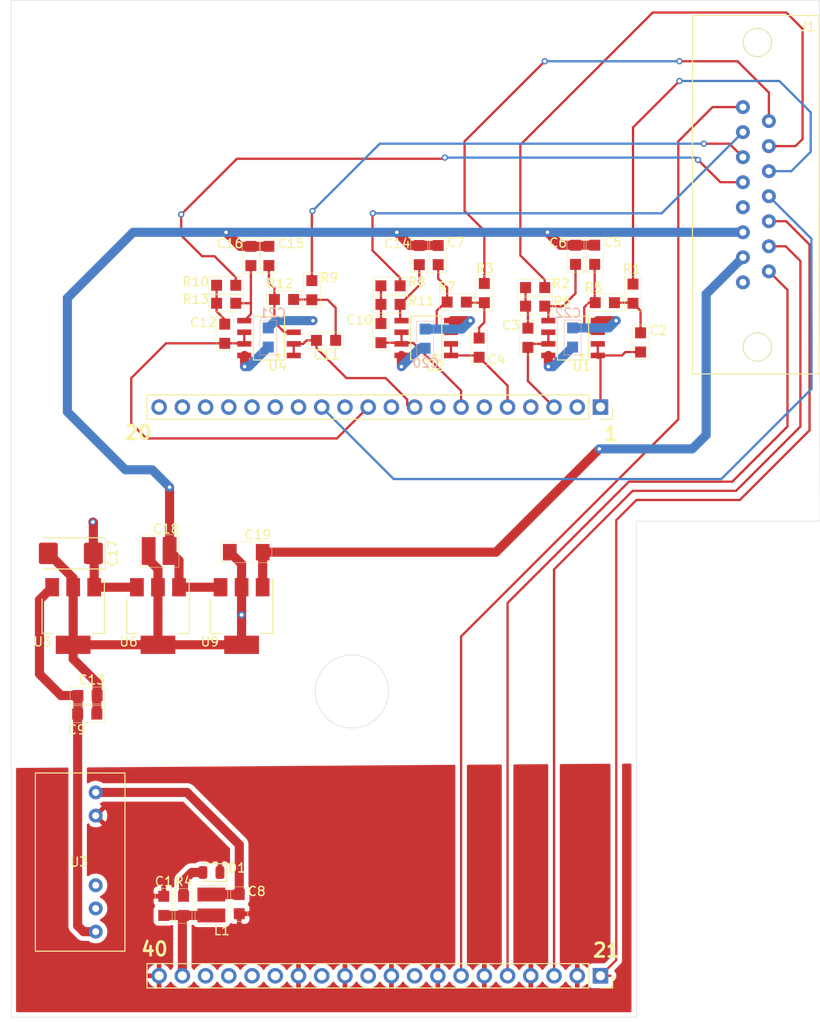
<source format=kicad_pcb>
(kicad_pcb (version 20171130) (host pcbnew "(5.1.8-0-10_14)")
  (layers (0 F.Cu signal) (1 GND power hide) (2 +10V power hide) (31 B.Cu signal hide) (34 B.Paste user hide) (35 F.Paste user) (36 B.SilkS user hide) (37 F.SilkS user) (38 B.Mask user hide) (39 F.Mask user) (44 Edge.Cuts user))
  (net 0 "")
  (net 1 5V_IN)
  (net 2 DGND)
  (net 3 "Net-(C2-Pad2)")
  (net 4 CH0)
  (net 5 "Net-(C3-Pad2)")
  (net 6 CH1)
  (net 7 "Net-(C4-Pad2)")
  (net 8 CH2)
  (net 9 "Net-(C5-Pad1)")
  (net 10 5V)
  (net 11 "Net-(C6-Pad1)")
  (net 12 "Net-(C7-Pad1)")
  (net 13 "Net-(C8-Pad1)")
  (net 14 "Net-(C13-Pad1)")
  (net 15 AGND)
  (net 16 "Net-(C10-Pad2)")
  (net 17 CH3)
  (net 18 "Net-(C11-Pad2)")
  (net 19 CH4)
  (net 20 CH5)
  (net 21 "Net-(C12-Pad2)")
  (net 22 "Net-(C14-Pad1)")
  (net 23 "Net-(C15-Pad1)")
  (net 24 "Net-(C16-Pad1)")
  (net 25 10V)
  (net 26 3.3V)
  (net 27 "Net-(D1-Pad2)")
  (net 28 SIG_IN0)
  (net 29 SIG_IN1)
  (net 30 SIG_IN2)
  (net 31 SIG_IN3)
  (net 32 SIG_IN4)
  (net 33 SIG_IN5)
  (net 34 CH6)
  (net 35 FLEX_nDRDY)
  (net 36 FLEX_SDA)
  (net 37 FLEX_SCL)
  (net 38 FLEX_nRST)
  (net 39 "Net-(U8-Pad9)")
  (net 40 "Net-(U8-Pad11)")
  (net 41 "Net-(U8-Pad13)")
  (net 42 "Net-(U8-Pad15)")
  (net 43 "Net-(U8-Pad16)")
  (net 44 "Net-(U8-Pad17)")
  (net 45 "Net-(U8-Pad18)")
  (net 46 "Net-(U10-Pad17)")
  (net 47 "Net-(U3-Pad3)")
  (net 48 "Net-(U10-Pad15)")
  (module "Custom_Piezo:DB15 2 row" (layer F.Cu) (at 177.926 58.039 90)
    (fp_text reference J1 (at 18.415 4.253 180) (layer F.SilkS))
    (fp_text value 15PIN_HEADER)
    (pad 15 thru_hole circle (at 8.058 0 90) (size 1.524 1.524) (drill 0.762) (layers *.Cu *.Mask) (net 30 SIG_IN2))
    (pad 14 thru_hole circle (at 5.318 0 90) (size 1.524 1.524) (drill 0.762) (layers *.Cu *.Mask) (net 29 SIG_IN1))
    (pad 13 thru_hole circle (at 2.578 0 90) (size 1.524 1.524) (drill 0.762) (layers *.Cu *.Mask) (net 28 SIG_IN0))
    (pad 12 thru_hole circle (at -0.162 0 90) (size 1.524 1.524) (drill 0.762) (layers *.Cu *.Mask) (net 34 CH6))
    (pad 11 thru_hole circle (at -2.902 0 90) (size 1.524 1.524) (drill 0.762) (layers *.Cu *.Mask) (net 37 FLEX_SCL))
    (pad 10 thru_hole circle (at -5.642 0 90) (size 1.524 1.524) (drill 0.762) (layers *.Cu *.Mask) (net 36 FLEX_SDA))
    (pad 9 thru_hole circle (at -8.382 0 90) (size 1.524 1.524) (drill 0.762) (layers *.Cu *.Mask) (net 35 FLEX_nDRDY))
    (pad 8 thru_hole circle (at 9.59 -2.84 90) (size 1.524 1.524) (drill 0.762) (layers *.Cu *.Mask) (net 38 FLEX_nRST))
    (pad 7 thru_hole circle (at 6.85 -2.84 90) (size 1.524 1.524) (drill 0.762) (layers *.Cu *.Mask) (net 31 SIG_IN3))
    (pad 6 thru_hole circle (at 4.11 -2.84 90) (size 1.524 1.524) (drill 0.762) (layers *.Cu *.Mask) (net 32 SIG_IN4))
    (pad 5 thru_hole circle (at 1.37 -2.84 90) (size 1.524 1.524) (drill 0.762) (layers *.Cu *.Mask) (net 33 SIG_IN5))
    (pad 4 thru_hole circle (at -1.37 -2.84 90) (size 1.524 1.524) (drill 0.762) (layers *.Cu *.Mask) (net 25 10V))
    (pad 3 thru_hole circle (at -4.11 -2.84 90) (size 1.524 1.524) (drill 0.762) (layers *.Cu *.Mask) (net 10 5V))
    (pad 2 thru_hole circle (at -6.85 -2.84 90) (size 1.524 1.524) (drill 0.762) (layers *.Cu *.Mask) (net 26 3.3V))
    (pad 1 thru_hole circle (at -9.59 -2.84 90) (size 1.524 1.524) (drill 0.762) (layers *.Cu *.Mask) (net 15 AGND))
  )
  (module LED_SMD:LED_0805_2012Metric (layer F.Cu) (at 116.967 132.207 180)
    (fp_text reference D1 (at -2.794 0.508) (layer F.SilkS))
    (fp_text value GRN)
    (pad 2 smd roundrect (at 0.9375 0 180) (size 0.975 1.4) (layers F.Cu F.Paste F.Mask) (net 27 "Net-(D1-Pad2)"))
    (pad 1 smd roundrect (at -0.9375 0 180) (size 0.975 1.4) (layers F.Cu F.Paste F.Mask) (net 2 DGND))
  )
  (module Package_TO_SOT_SMD:SOT-223-3_TabPin2 (layer F.Cu) (at 120.269 104.14 270)
    (fp_text reference U9 (at 2.819 3.467 180) (layer F.SilkS))
    (fp_text value MCP1804x-3302xDB)
    (pad 2 smd rect (at 3.15 0 270) (size 2 3.8) (layers F.Cu F.Paste F.Mask) (net 15 AGND))
    (pad 2 smd rect (at -3.15 0 270) (size 2 1.5) (layers F.Cu F.Paste F.Mask) (net 15 AGND))
    (pad 3 smd rect (at -3.15 2.3 270) (size 2 1.5) (layers F.Cu F.Paste F.Mask) (net 10 5V))
    (pad 1 smd rect (at -3.15 -2.3 270) (size 2 1.5) (layers F.Cu F.Paste F.Mask) (net 26 3.3V))
  )
  (module Custom_Piezo:SIP-7 (layer F.Cu) (at 102.616 131.064 270)
    (fp_text reference U3 (at 0 0.127 180) (layer F.SilkS))
    (fp_text value MDS01L-12)
    (pad 5 thru_hole circle (at 7.62 -1.7 270) (size 1.524 1.524) (drill 0.762) (layers *.Cu *.Mask) (net 14 "Net-(C13-Pad1)"))
    (pad 3 thru_hole circle (at 5.08 -1.7 270) (size 1.524 1.524) (drill 0.762) (layers *.Cu *.Mask) (net 47 "Net-(U3-Pad3)"))
    (pad 4 thru_hole circle (at 2.54 -1.7 270) (size 1.524 1.524) (drill 0.762) (layers *.Cu *.Mask) (net 15 AGND))
    (pad 2 thru_hole circle (at -5.08 -1.7 270) (size 1.524 1.524) (drill 0.762) (layers *.Cu *.Mask) (net 2 DGND))
    (pad 1 thru_hole circle (at -7.62 -1.7 270) (size 1.524 1.524) (drill 0.762) (layers *.Cu *.Mask) (net 13 "Net-(C8-Pad1)"))
  )
  (module Connector_PinSocket_2.54mm:PinSocket_1x20_P2.54mm_Vertical (layer F.Cu) (at 159.512 143.51 270)
    (fp_text reference U8 hide)
    (fp_text value "PINS 21 - 40 DAQ")
    (pad 20 thru_hole oval (at 0 48.26 270) (size 1.7 1.7) (drill 1) (layers *.Cu *.Mask) (net 2 DGND))
    (pad 19 thru_hole oval (at 0 45.72 270) (size 1.7 1.7) (drill 1) (layers *.Cu *.Mask) (net 1 5V_IN))
    (pad 18 thru_hole oval (at 0 43.18 270) (size 1.7 1.7) (drill 1) (layers *.Cu *.Mask) (net 45 "Net-(U8-Pad18)"))
    (pad 17 thru_hole oval (at 0 40.64 270) (size 1.7 1.7) (drill 1) (layers *.Cu *.Mask) (net 44 "Net-(U8-Pad17)"))
    (pad 16 thru_hole oval (at 0 38.1 270) (size 1.7 1.7) (drill 1) (layers *.Cu *.Mask) (net 43 "Net-(U8-Pad16)"))
    (pad 15 thru_hole oval (at 0 35.56 270) (size 1.7 1.7) (drill 1) (layers *.Cu *.Mask) (net 42 "Net-(U8-Pad15)"))
    (pad 14 thru_hole oval (at 0 33.02 270) (size 1.7 1.7) (drill 1) (layers *.Cu *.Mask) (net 2 DGND))
    (pad 13 thru_hole oval (at 0 30.48 270) (size 1.7 1.7) (drill 1) (layers *.Cu *.Mask) (net 41 "Net-(U8-Pad13)"))
    (pad 12 thru_hole oval (at 0 27.94 270) (size 1.7 1.7) (drill 1) (layers *.Cu *.Mask) (net 2 DGND))
    (pad 11 thru_hole oval (at 0 25.4 270) (size 1.7 1.7) (drill 1) (layers *.Cu *.Mask) (net 40 "Net-(U8-Pad11)"))
    (pad 10 thru_hole oval (at 0 22.86 270) (size 1.7 1.7) (drill 1) (layers *.Cu *.Mask) (net 2 DGND))
    (pad 9 thru_hole oval (at 0 20.32 270) (size 1.7 1.7) (drill 1) (layers *.Cu *.Mask) (net 39 "Net-(U8-Pad9)"))
    (pad 8 thru_hole oval (at 0 17.78 270) (size 1.7 1.7) (drill 1) (layers *.Cu *.Mask) (net 2 DGND))
    (pad 7 thru_hole oval (at 0 15.24 270) (size 1.7 1.7) (drill 1) (layers *.Cu *.Mask) (net 38 FLEX_nRST))
    (pad 6 thru_hole oval (at 0 12.7 270) (size 1.7 1.7) (drill 1) (layers *.Cu *.Mask) (net 2 DGND))
    (pad 5 thru_hole oval (at 0 10.16 270) (size 1.7 1.7) (drill 1) (layers *.Cu *.Mask) (net 35 FLEX_nDRDY))
    (pad 4 thru_hole oval (at 0 7.62 270) (size 1.7 1.7) (drill 1) (layers *.Cu *.Mask) (net 2 DGND))
    (pad 3 thru_hole oval (at 0 5.08 270) (size 1.7 1.7) (drill 1) (layers *.Cu *.Mask) (net 36 FLEX_SDA))
    (pad 2 thru_hole oval (at 0 2.54 270) (size 1.7 1.7) (drill 1) (layers *.Cu *.Mask) (net 2 DGND))
    (pad 1 thru_hole rect (at 0 0 270) (size 1.7 1.7) (drill 1) (layers *.Cu *.Mask) (net 37 FLEX_SCL))
  )
  (module Custom_Piezo:LMC6062IMX (layer F.Cu) (at 156.5148 73.7235 180)
    (fp_text reference U1 (at -0.9525 -3.1115) (layer F.SilkS))
    (fp_text value LMC6062)
    (pad 4 smd rect (at -2.7051 1.905 180) (size 1.5494 0.6096) (layers F.Cu F.Paste F.Mask) (net 15 AGND))
    (pad 3 smd rect (at -2.7051 0.635 180) (size 1.5494 0.6096) (layers F.Cu F.Paste F.Mask) (net 9 "Net-(C5-Pad1)"))
    (pad 2 smd rect (at -2.7051 -0.635 180) (size 1.5494 0.6096) (layers F.Cu F.Paste F.Mask) (net 4 CH0))
    (pad 1 smd rect (at -2.7051 -1.905 180) (size 1.5494 0.6096) (layers F.Cu F.Paste F.Mask) (net 4 CH0))
    (pad 5 smd rect (at 2.7051 1.905 180) (size 1.5494 0.6096) (layers F.Cu F.Paste F.Mask) (net 11 "Net-(C6-Pad1)"))
    (pad 6 smd rect (at 2.7051 0.635 180) (size 1.5494 0.6096) (layers F.Cu F.Paste F.Mask) (net 6 CH1))
    (pad 8 smd rect (at 2.7051 -1.905 180) (size 1.5494 0.6096) (layers F.Cu F.Paste F.Mask) (net 25 10V))
    (pad 7 smd rect (at 2.7051 -0.635 180) (size 1.5494 0.6096) (layers F.Cu F.Paste F.Mask) (net 6 CH1))
  )
  (module Custom_Piezo:LMC6062IMX (layer F.Cu) (at 140.462 73.7235 180)
    (fp_text reference U2 (at -0.9525 -3.1115) (layer F.SilkS))
    (fp_text value LMC6062)
    (pad 4 smd rect (at -2.7051 1.905 180) (size 1.5494 0.6096) (layers F.Cu F.Paste F.Mask) (net 15 AGND))
    (pad 3 smd rect (at -2.7051 0.635 180) (size 1.5494 0.6096) (layers F.Cu F.Paste F.Mask) (net 12 "Net-(C7-Pad1)"))
    (pad 2 smd rect (at -2.7051 -0.635 180) (size 1.5494 0.6096) (layers F.Cu F.Paste F.Mask) (net 8 CH2))
    (pad 1 smd rect (at -2.7051 -1.905 180) (size 1.5494 0.6096) (layers F.Cu F.Paste F.Mask) (net 8 CH2))
    (pad 5 smd rect (at 2.7051 1.905 180) (size 1.5494 0.6096) (layers F.Cu F.Paste F.Mask) (net 22 "Net-(C14-Pad1)"))
    (pad 6 smd rect (at 2.7051 0.635 180) (size 1.5494 0.6096) (layers F.Cu F.Paste F.Mask) (net 17 CH3))
    (pad 8 smd rect (at 2.7051 -1.905 180) (size 1.5494 0.6096) (layers F.Cu F.Paste F.Mask) (net 25 10V))
    (pad 7 smd rect (at 2.7051 -0.635 180) (size 1.5494 0.6096) (layers F.Cu F.Paste F.Mask) (net 17 CH3))
  )
  (module digikey-footprints:0805 (layer F.Cu) (at 111.76 135.858 90)
    (fp_text reference C1 (at 2.667 0 180) (layer F.SilkS))
    (fp_text value 4.7uF/25V)
    (pad 1 smd rect (at -1.05 0 90) (size 1.2 1.2) (layers F.Cu F.Paste F.Mask) (net 1 5V_IN))
    (pad 2 smd rect (at 1.05 0 90) (size 1.2 1.2) (layers F.Cu F.Paste F.Mask) (net 2 DGND))
  )
  (module digikey-footprints:0805 (layer F.Cu) (at 163.8935 74.202 90)
    (fp_text reference C2 (at 1.304 1.9685 180) (layer F.SilkS))
    (fp_text value 2nF)
    (pad 2 smd rect (at 1.05 0 90) (size 1.2 1.2) (layers F.Cu F.Paste F.Mask) (net 3 "Net-(C2-Pad2)"))
    (pad 1 smd rect (at -1.05 0 90) (size 1.2 1.2) (layers F.Cu F.Paste F.Mask) (net 4 CH0))
  )
  (module digikey-footprints:0805 (layer F.Cu) (at 151.5745 73.694 90)
    (fp_text reference C3 (at 1.3675 -1.8415 180) (layer F.SilkS))
    (fp_text value 2nF)
    (pad 2 smd rect (at 1.05 0 90) (size 1.2 1.2) (layers F.Cu F.Paste F.Mask) (net 5 "Net-(C3-Pad2)"))
    (pad 1 smd rect (at -1.05 0 90) (size 1.2 1.2) (layers F.Cu F.Paste F.Mask) (net 6 CH1))
  )
  (module digikey-footprints:0805 (layer F.Cu) (at 146.2405 74.7735 90)
    (fp_text reference C4 (at -1.2995 1.905 180) (layer F.SilkS))
    (fp_text value 2nF)
    (pad 2 smd rect (at 1.05 0 90) (size 1.2 1.2) (layers F.Cu F.Paste F.Mask) (net 7 "Net-(C4-Pad2)"))
    (pad 1 smd rect (at -1.05 0 90) (size 1.2 1.2) (layers F.Cu F.Paste F.Mask) (net 8 CH2))
  )
  (module digikey-footprints:0805 (layer F.Cu) (at 158.877 64.609 90)
    (fp_text reference C5 (at 1.363 1.9685 180) (layer F.SilkS))
    (fp_text value 1nF)
    (pad 2 smd rect (at 1.05 0 90) (size 1.2 1.2) (layers F.Cu F.Paste F.Mask) (net 10 5V))
    (pad 1 smd rect (at -1.05 0 90) (size 1.2 1.2) (layers F.Cu F.Paste F.Mask) (net 9 "Net-(C5-Pad1)"))
  )
  (module digikey-footprints:0805 (layer F.Cu) (at 156.7815 64.6135 90)
    (fp_text reference C6 (at 1.304 -1.905) (layer F.SilkS))
    (fp_text value 1nF)
    (pad 2 smd rect (at 1.05 0 90) (size 1.2 1.2) (layers F.Cu F.Paste F.Mask) (net 10 5V))
    (pad 1 smd rect (at -1.05 0 90) (size 1.2 1.2) (layers F.Cu F.Paste F.Mask) (net 11 "Net-(C6-Pad1)"))
  )
  (module digikey-footprints:0805 (layer F.Cu) (at 141.766 64.643 90)
    (fp_text reference C7 (at 1.397 1.9345 180) (layer F.SilkS))
    (fp_text value 1nF)
    (pad 2 smd rect (at 1.05 0 90) (size 1.2 1.2) (layers F.Cu F.Paste F.Mask) (net 10 5V))
    (pad 1 smd rect (at -1.05 0 90) (size 1.2 1.2) (layers F.Cu F.Paste F.Mask) (net 12 "Net-(C7-Pad1)"))
  )
  (module digikey-footprints:0805 (layer F.Cu) (at 120.015 135.668 270)
    (fp_text reference C8 (at -1.397 -1.905 180) (layer F.SilkS))
    (fp_text value 4.7uF/25V)
    (pad 1 smd rect (at -1.05 0 270) (size 1.2 1.2) (layers F.Cu F.Paste F.Mask) (net 13 "Net-(C8-Pad1)"))
    (pad 2 smd rect (at 1.05 0 270) (size 1.2 1.2) (layers F.Cu F.Paste F.Mask) (net 2 DGND))
  )
  (module digikey-footprints:0805 (layer F.Cu) (at 103.393 114.8715)
    (fp_text reference C9 (at -1.158 1.7145 180) (layer F.SilkS))
    (fp_text value 2.2uF)
    (pad 2 smd rect (at 1.05 0) (size 1.2 1.2) (layers F.Cu F.Paste F.Mask) (net 15 AGND))
    (pad 1 smd rect (at -1.05 0) (size 1.2 1.2) (layers F.Cu F.Paste F.Mask) (net 14 "Net-(C13-Pad1)"))
  )
  (module digikey-footprints:0805 (layer F.Cu) (at 135.509 73.186 90)
    (fp_text reference C10 (at 1.431 -2.3495 180) (layer F.SilkS))
    (fp_text value 2nF)
    (pad 2 smd rect (at 1.05 0 90) (size 1.2 1.2) (layers F.Cu F.Paste F.Mask) (net 16 "Net-(C10-Pad2)"))
    (pad 1 smd rect (at -1.05 0 90) (size 1.2 1.2) (layers F.Cu F.Paste F.Mask) (net 17 CH3))
  )
  (module digikey-footprints:0805 (layer F.Cu) (at 129.506 73.9775)
    (fp_text reference C11 (at 0.034 1.5875) (layer F.SilkS))
    (fp_text value 2nF)
    (pad 2 smd rect (at 1.05 0) (size 1.2 1.2) (layers F.Cu F.Paste F.Mask) (net 18 "Net-(C11-Pad2)"))
    (pad 1 smd rect (at -1.05 0) (size 1.2 1.2) (layers F.Cu F.Paste F.Mask) (net 19 CH4))
  )
  (module digikey-footprints:0805 (layer F.Cu) (at 118.4275 73.2495 90)
    (fp_text reference C12 (at 1.2405 -2.3495 180) (layer F.SilkS))
    (fp_text value 2nF)
    (pad 2 smd rect (at 1.05 0 90) (size 1.2 1.2) (layers F.Cu F.Paste F.Mask) (net 21 "Net-(C12-Pad2)"))
    (pad 1 smd rect (at -1.05 0 90) (size 1.2 1.2) (layers F.Cu F.Paste F.Mask) (net 20 CH5))
  )
  (module digikey-footprints:0805 (layer F.Cu) (at 103.4225 112.8395)
    (fp_text reference C13 (at 0.4635 -1.7145 180) (layer F.SilkS))
    (fp_text value 1uF)
    (pad 2 smd rect (at 1.05 0) (size 1.2 1.2) (layers F.Cu F.Paste F.Mask) (net 15 AGND))
    (pad 1 smd rect (at -1.05 0) (size 1.2 1.2) (layers F.Cu F.Paste F.Mask) (net 14 "Net-(C13-Pad1)"))
  )
  (module digikey-footprints:0805 (layer F.Cu) (at 139.7 64.643 90)
    (fp_text reference C14 (at 1.27 -2.413 180) (layer F.SilkS))
    (fp_text value 1nF)
    (pad 2 smd rect (at 1.05 0 90) (size 1.2 1.2) (layers F.Cu F.Paste F.Mask) (net 10 5V))
    (pad 1 smd rect (at -1.05 0 90) (size 1.2 1.2) (layers F.Cu F.Paste F.Mask) (net 22 "Net-(C14-Pad1)"))
  )
  (module digikey-footprints:0805 (layer F.Cu) (at 123.2535 64.736 90)
    (fp_text reference C15 (at 1.363 2.413 180) (layer F.SilkS))
    (fp_text value 1nF)
    (pad 2 smd rect (at 1.05 0 90) (size 1.2 1.2) (layers F.Cu F.Paste F.Mask) (net 10 5V))
    (pad 1 smd rect (at -1.05 0 90) (size 1.2 1.2) (layers F.Cu F.Paste F.Mask) (net 23 "Net-(C15-Pad1)"))
  )
  (module digikey-footprints:0805 (layer F.Cu) (at 121.285 64.7405 90)
    (fp_text reference C16 (at 1.3675 -2.286 180) (layer F.SilkS))
    (fp_text value 1nF)
    (pad 2 smd rect (at 1.05 0 90) (size 1.2 1.2) (layers F.Cu F.Paste F.Mask) (net 10 5V))
    (pad 1 smd rect (at -1.05 0 90) (size 1.2 1.2) (layers F.Cu F.Paste F.Mask) (net 24 "Net-(C16-Pad1)"))
  )
  (module Capacitor_Tantalum_SMD:CP_EIA-6032-28_Kemet-C (layer F.Cu) (at 101.6 97.282 180)
    (fp_text reference C17 (at -4.572 0 270) (layer F.SilkS))
    (fp_text value 47uF/16V)
    (pad 1 smd roundrect (at -2.4625 0 180) (size 2.075 2.35) (layers F.Cu F.Paste F.Mask) (roundrect_rratio 0.1204819277108434) (net 25 10V))
    (pad 2 smd roundrect (at 2.4625 0 180) (size 2.075 2.35) (layers F.Cu F.Paste F.Mask) (roundrect_rratio 0.1204819277108434) (net 15 AGND))
  )
  (module digikey-footprints:1210 (layer F.Cu) (at 111.252 97.028 180)
    (fp_text reference C18 (at -0.762 2.415) (layer F.SilkS))
    (fp_text value 47uF/10V)
    (pad 1 smd rect (at -1.145 0 180) (size 1.52 3.05) (layers F.Cu F.Paste F.Mask) (net 10 5V))
    (pad 2 smd rect (at 1.145 0 180) (size 1.52 3.05) (layers F.Cu F.Paste F.Mask) (net 15 AGND))
  )
  (module digikey-footprints:1206 (layer F.Cu) (at 120.777 97.155 180)
    (fp_text reference C19 (at -1.27 1.905) (layer F.SilkS))
    (fp_text value 10uF/10V)
    (pad 1 smd rect (at -1.8 0 180) (size 1.5 1.8) (layers F.Cu F.Paste F.Mask) (net 26 3.3V))
    (pad 2 smd rect (at 1.8 0 180) (size 1.5 1.8) (layers F.Cu F.Paste F.Mask) (net 15 AGND))
  )
  (module digikey-footprints:0805 (layer B.Cu) (at 140.335 73.787 90)
    (fp_text reference C20 (at -2.658 0.0762 180) (layer B.SilkS) (effects (justify mirror)))
    (fp_text value 0.1uF)
    (pad 1 smd rect (at -1.05 0 90) (size 1.2 1.2) (layers B.Cu B.Paste B.Mask) (net 25 10V))
    (pad 2 smd rect (at 1.05 0 90) (size 1.2 1.2) (layers B.Cu B.Paste B.Mask) (net 15 AGND))
  )
  (module digikey-footprints:0805 (layer B.Cu) (at 123.19 73.66 90)
    (fp_text reference C21 (at 2.676 0.4892 180) (layer B.SilkS) (effects (justify mirror)))
    (fp_text value 0.1uF)
    (pad 1 smd rect (at -1.05 0 90) (size 1.2 1.2) (layers B.Cu B.Paste B.Mask) (net 25 10V))
    (pad 2 smd rect (at 1.05 0 90) (size 1.2 1.2) (layers B.Cu B.Paste B.Mask) (net 15 AGND))
  )
  (module digikey-footprints:0805 (layer B.Cu) (at 156.464 73.66 90)
    (fp_text reference C22 (at 2.676 -0.508 180) (layer B.SilkS) (effects (justify mirror)))
    (fp_text value 0.1uF)
    (pad 1 smd rect (at -1.05 0 90) (size 1.2 1.2) (layers B.Cu B.Paste B.Mask) (net 25 10V))
    (pad 2 smd rect (at 1.05 0 90) (size 1.2 1.2) (layers B.Cu B.Paste B.Mask) (net 15 AGND))
  )
  (module digikey-footprints:1210 (layer F.Cu) (at 116.967 135.763 90)
    (fp_text reference L1 (at -2.794 1.143 180) (layer F.SilkS))
    (fp_text value 6.8uH)
    (pad 2 smd rect (at 1.145 0 90) (size 1.52 3.05) (layers F.Cu F.Paste F.Mask) (net 13 "Net-(C8-Pad1)"))
    (pad 1 smd rect (at -1.145 0 90) (size 1.52 3.05) (layers F.Cu F.Paste F.Mask) (net 1 5V_IN))
  )
  (module digikey-footprints:0805 (layer F.Cu) (at 163.068 68.868 90)
    (fp_text reference R1 (at 2.701 -0.127) (layer F.SilkS))
    (fp_text value 5k23)
    (pad 2 smd rect (at 1.05 0 90) (size 1.2 1.2) (layers F.Cu F.Paste F.Mask) (net 28 SIG_IN0))
    (pad 1 smd rect (at -1.05 0 90) (size 1.2 1.2) (layers F.Cu F.Paste F.Mask) (net 3 "Net-(C2-Pad2)"))
  )
  (module digikey-footprints:0805 (layer F.Cu) (at 152.366 68.199)
    (fp_text reference R2 (at 2.828 -0.4445 180) (layer F.SilkS))
    (fp_text value 5k23)
    (pad 2 smd rect (at 1.05 0) (size 1.2 1.2) (layers F.Cu F.Paste F.Mask) (net 29 SIG_IN1))
    (pad 1 smd rect (at -1.05 0) (size 1.2 1.2) (layers F.Cu F.Paste F.Mask) (net 5 "Net-(C3-Pad2)"))
  )
  (module digikey-footprints:0805 (layer F.Cu) (at 146.812 68.8 90)
    (fp_text reference R3 (at 2.6965 0.0635 180) (layer F.SilkS))
    (fp_text value 5k23)
    (pad 2 smd rect (at 1.05 0 90) (size 1.2 1.2) (layers F.Cu F.Paste F.Mask) (net 30 SIG_IN2))
    (pad 1 smd rect (at -1.05 0 90) (size 1.2 1.2) (layers F.Cu F.Paste F.Mask) (net 7 "Net-(C4-Pad2)"))
  )
  (module digikey-footprints:0805 (layer F.Cu) (at 113.919 135.858 90)
    (fp_text reference R4 (at 2.667 0 180) (layer F.SilkS))
    (fp_text value 1k5)
    (pad 1 smd rect (at -1.05 0 90) (size 1.2 1.2) (layers F.Cu F.Paste F.Mask) (net 1 5V_IN))
    (pad 2 smd rect (at 1.05 0 90) (size 1.2 1.2) (layers F.Cu F.Paste F.Mask) (net 27 "Net-(D1-Pad2)"))
  )
  (module digikey-footprints:0805 (layer F.Cu) (at 159.986 69.85)
    (fp_text reference R5 (at -1.236 -1.651) (layer F.SilkS))
    (fp_text value 7k32)
    (pad 2 smd rect (at 1.05 0) (size 1.2 1.2) (layers F.Cu F.Paste F.Mask) (net 3 "Net-(C2-Pad2)"))
    (pad 1 smd rect (at -1.05 0) (size 1.2 1.2) (layers F.Cu F.Paste F.Mask) (net 9 "Net-(C5-Pad1)"))
  )
  (module digikey-footprints:0805 (layer F.Cu) (at 152.366 70.231 180)
    (fp_text reference R6 (at -2.955 0.508 180) (layer F.SilkS))
    (fp_text value 7k32)
    (pad 2 smd rect (at 1.05 0 180) (size 1.2 1.2) (layers F.Cu F.Paste F.Mask) (net 5 "Net-(C3-Pad2)"))
    (pad 1 smd rect (at -1.05 0 180) (size 1.2 1.2) (layers F.Cu F.Paste F.Mask) (net 11 "Net-(C6-Pad1)"))
  )
  (module digikey-footprints:0805 (layer F.Cu) (at 143.7935 69.7865)
    (fp_text reference R7 (at -1.109 -1.651) (layer F.SilkS))
    (fp_text value 7k32)
    (pad 2 smd rect (at 1.05 0) (size 1.2 1.2) (layers F.Cu F.Paste F.Mask) (net 7 "Net-(C4-Pad2)"))
    (pad 1 smd rect (at -1.05 0) (size 1.2 1.2) (layers F.Cu F.Paste F.Mask) (net 12 "Net-(C7-Pad1)"))
  )
  (module digikey-footprints:0805 (layer F.Cu) (at 136.5545 68.0085)
    (fp_text reference R8 (at 2.8915 -0.4445) (layer F.SilkS))
    (fp_text value 5k23)
    (pad 2 smd rect (at 1.05 0) (size 1.2 1.2) (layers F.Cu F.Paste F.Mask) (net 31 SIG_IN3))
    (pad 1 smd rect (at -1.05 0) (size 1.2 1.2) (layers F.Cu F.Paste F.Mask) (net 16 "Net-(C10-Pad2)"))
  )
  (module digikey-footprints:0805 (layer F.Cu) (at 127.9525 68.487 90)
    (fp_text reference R9 (at 1.3675 1.905 180) (layer F.SilkS))
    (fp_text value 5k23)
    (pad 2 smd rect (at 1.05 0 90) (size 1.2 1.2) (layers F.Cu F.Paste F.Mask) (net 32 SIG_IN4))
    (pad 1 smd rect (at -1.05 0 90) (size 1.2 1.2) (layers F.Cu F.Paste F.Mask) (net 18 "Net-(C11-Pad2)"))
  )
  (module digikey-footprints:0805 (layer F.Cu) (at 118.584 67.945)
    (fp_text reference R10 (at -3.3315 -0.381) (layer F.SilkS))
    (fp_text value 5k23)
    (pad 2 smd rect (at 1.05 0) (size 1.2 1.2) (layers F.Cu F.Paste F.Mask) (net 33 SIG_IN5))
    (pad 1 smd rect (at -1.05 0) (size 1.2 1.2) (layers F.Cu F.Paste F.Mask) (net 21 "Net-(C12-Pad2)"))
  )
  (module digikey-footprints:0805 (layer F.Cu) (at 136.5545 70.0405 180)
    (fp_text reference R11 (at -3.3995 0.381) (layer F.SilkS))
    (fp_text value 7k32)
    (pad 2 smd rect (at 1.05 0 180) (size 1.2 1.2) (layers F.Cu F.Paste F.Mask) (net 16 "Net-(C10-Pad2)"))
    (pad 1 smd rect (at -1.05 0 180) (size 1.2 1.2) (layers F.Cu F.Paste F.Mask) (net 22 "Net-(C14-Pad1)"))
  )
  (module digikey-footprints:0805 (layer F.Cu) (at 124.9045 69.503)
    (fp_text reference R12 (at -0.4445 -1.7485) (layer F.SilkS))
    (fp_text value 7k32)
    (pad 2 smd rect (at 1.05 0) (size 1.2 1.2) (layers F.Cu F.Paste F.Mask) (net 18 "Net-(C11-Pad2)"))
    (pad 1 smd rect (at -1.05 0) (size 1.2 1.2) (layers F.Cu F.Paste F.Mask) (net 23 "Net-(C15-Pad1)"))
  )
  (module digikey-footprints:0805 (layer F.Cu) (at 118.584 69.9135 180)
    (fp_text reference R13 (at 3.3315 0.4445) (layer F.SilkS))
    (fp_text value 7k32)
    (pad 2 smd rect (at 1.05 0 180) (size 1.2 1.2) (layers F.Cu F.Paste F.Mask) (net 21 "Net-(C12-Pad2)"))
    (pad 1 smd rect (at -1.05 0 180) (size 1.2 1.2) (layers F.Cu F.Paste F.Mask) (net 24 "Net-(C16-Pad1)"))
  )
  (module Custom_Piezo:LMC6062IMX (layer F.Cu) (at 123.2662 73.7235 180)
    (fp_text reference U4 (at -0.9398 -3.048) (layer F.SilkS))
    (fp_text value LMC6062)
    (pad 4 smd rect (at -2.7051 1.905 180) (size 1.5494 0.6096) (layers F.Cu F.Paste F.Mask) (net 15 AGND))
    (pad 3 smd rect (at -2.7051 0.635 180) (size 1.5494 0.6096) (layers F.Cu F.Paste F.Mask) (net 23 "Net-(C15-Pad1)"))
    (pad 2 smd rect (at -2.7051 -0.635 180) (size 1.5494 0.6096) (layers F.Cu F.Paste F.Mask) (net 19 CH4))
    (pad 1 smd rect (at -2.7051 -1.905 180) (size 1.5494 0.6096) (layers F.Cu F.Paste F.Mask) (net 19 CH4))
    (pad 5 smd rect (at 2.7051 1.905 180) (size 1.5494 0.6096) (layers F.Cu F.Paste F.Mask) (net 24 "Net-(C16-Pad1)"))
    (pad 6 smd rect (at 2.7051 0.635 180) (size 1.5494 0.6096) (layers F.Cu F.Paste F.Mask) (net 20 CH5))
    (pad 8 smd rect (at 2.7051 -1.905 180) (size 1.5494 0.6096) (layers F.Cu F.Paste F.Mask) (net 25 10V))
    (pad 7 smd rect (at 2.7051 -0.635 180) (size 1.5494 0.6096) (layers F.Cu F.Paste F.Mask) (net 20 CH5))
  )
  (module Package_TO_SOT_SMD:SOT-223-3_TabPin2 (layer F.Cu) (at 101.854 104.14 270)
    (fp_text reference U5 (at 2.819 3.342 180) (layer F.SilkS))
    (fp_text value MCP1804x-A002xDB)
    (pad 2 smd rect (at 3.15 0 270) (size 2 3.8) (layers F.Cu F.Paste F.Mask) (net 15 AGND))
    (pad 2 smd rect (at -3.15 0 270) (size 2 1.5) (layers F.Cu F.Paste F.Mask) (net 15 AGND))
    (pad 3 smd rect (at -3.15 2.3 270) (size 2 1.5) (layers F.Cu F.Paste F.Mask) (net 14 "Net-(C13-Pad1)"))
    (pad 1 smd rect (at -3.15 -2.3 270) (size 2 1.5) (layers F.Cu F.Paste F.Mask) (net 25 10V))
  )
  (module Package_TO_SOT_SMD:SOT-223-3_TabPin2 (layer F.Cu) (at 111.125 104.14 270)
    (fp_text reference U6 (at 2.819 3.214 180) (layer F.SilkS))
    (fp_text value MCP1804x-5002xDB)
    (pad 2 smd rect (at 3.15 0 270) (size 2 3.8) (layers F.Cu F.Paste F.Mask) (net 15 AGND))
    (pad 2 smd rect (at -3.15 0 270) (size 2 1.5) (layers F.Cu F.Paste F.Mask) (net 15 AGND))
    (pad 3 smd rect (at -3.15 2.3 270) (size 2 1.5) (layers F.Cu F.Paste F.Mask) (net 25 10V))
    (pad 1 smd rect (at -3.15 -2.3 270) (size 2 1.5) (layers F.Cu F.Paste F.Mask) (net 10 5V))
  )
  (module Connector_PinSocket_2.54mm:PinSocket_1x20_P2.54mm_Vertical (layer F.Cu) (at 159.512 81.28 270)
    (fp_text reference U10 hide)
    (fp_text value "PINS 1 - 20 DAQ")
    (pad 20 thru_hole oval (at 0 48.26 270) (size 1.7 1.7) (drill 1) (layers *.Cu *.Mask) (net 15 AGND))
    (pad 19 thru_hole oval (at 0 45.72 270) (size 1.7 1.7) (drill 1) (layers *.Cu *.Mask) (net 15 AGND))
    (pad 18 thru_hole oval (at 0 43.18 270) (size 1.7 1.7) (drill 1) (layers *.Cu *.Mask) (net 15 AGND))
    (pad 17 thru_hole oval (at 0 40.64 270) (size 1.7 1.7) (drill 1) (layers *.Cu *.Mask) (net 46 "Net-(U10-Pad17)"))
    (pad 16 thru_hole oval (at 0 38.1 270) (size 1.7 1.7) (drill 1) (layers *.Cu *.Mask) (net 15 AGND))
    (pad 15 thru_hole oval (at 0 35.56 270) (size 1.7 1.7) (drill 1) (layers *.Cu *.Mask) (net 48 "Net-(U10-Pad15)"))
    (pad 14 thru_hole oval (at 0 33.02 270) (size 1.7 1.7) (drill 1) (layers *.Cu *.Mask) (net 15 AGND))
    (pad 13 thru_hole oval (at 0 30.48 270) (size 1.7 1.7) (drill 1) (layers *.Cu *.Mask) (net 34 CH6))
    (pad 12 thru_hole oval (at 0 27.94 270) (size 1.7 1.7) (drill 1) (layers *.Cu *.Mask) (net 15 AGND))
    (pad 11 thru_hole oval (at 0 25.4 270) (size 1.7 1.7) (drill 1) (layers *.Cu *.Mask) (net 20 CH5))
    (pad 10 thru_hole oval (at 0 22.86 270) (size 1.7 1.7) (drill 1) (layers *.Cu *.Mask) (net 15 AGND))
    (pad 9 thru_hole oval (at 0 20.32 270) (size 1.7 1.7) (drill 1) (layers *.Cu *.Mask) (net 19 CH4))
    (pad 8 thru_hole oval (at 0 17.78 270) (size 1.7 1.7) (drill 1) (layers *.Cu *.Mask) (net 15 AGND))
    (pad 7 thru_hole oval (at 0 15.24 270) (size 1.7 1.7) (drill 1) (layers *.Cu *.Mask) (net 17 CH3))
    (pad 6 thru_hole oval (at 0 12.7 270) (size 1.7 1.7) (drill 1) (layers *.Cu *.Mask) (net 15 AGND))
    (pad 5 thru_hole oval (at 0 10.16 270) (size 1.7 1.7) (drill 1) (layers *.Cu *.Mask) (net 8 CH2))
    (pad 4 thru_hole oval (at 0 7.62 270) (size 1.7 1.7) (drill 1) (layers *.Cu *.Mask) (net 15 AGND))
    (pad 3 thru_hole oval (at 0 5.08 270) (size 1.7 1.7) (drill 1) (layers *.Cu *.Mask) (net 6 CH1))
    (pad 2 thru_hole oval (at 0 2.54 270) (size 1.7 1.7) (drill 1) (layers *.Cu *.Mask) (net 15 AGND))
    (pad 1 thru_hole rect (at 0 0 270) (size 1.7 1.7) (drill 1) (layers *.Cu *.Mask) (net 4 CH0))
  )
  (gr_line (start 183.515 93.755) (end 163.434 93.755) (layer Edge.Cuts) (width 0.05))
  (gr_line (start 183.434 36.755) (end 183.515 93.755) (layer Edge.Cuts) (width 0.05))
  (gr_line (start 95.076 148.035) (end 95.076 36.755) (layer Edge.Cuts) (width 0.05))
  (gr_circle (center 176.67 74.713) (end 175.12 74.713) (layer Edge.Cuts) (width 0.05))
  (gr_circle (center 176.67 41.373) (end 175.12 41.373) (layer Edge.Cuts) (width 0.05))
  (gr_line (start 163.434 148.035) (end 163.434 93.755) (layer Edge.Cuts) (width 0.05))
  (gr_text "40\n" (at 110.744 140.589) (layer F.SilkS) (effects (font (size 1.5 1.5) (thickness 0.3))))
  (gr_text "20\n" (at 108.966 84.074) (layer F.SilkS) (effects (font (size 1.5 1.5) (thickness 0.3))))
  (gr_text "21\n\n\n" (at 160.147 143.129) (layer F.SilkS) (effects (font (size 1.5 1.5) (thickness 0.3))))
  (gr_text "1\n\n" (at 160.655 85.4075) (layer F.SilkS) (effects (font (size 1.5 1.5) (thickness 0.3))))
  (gr_circle (center 132.334 112.395) (end 136.334 112.395) (layer Edge.Cuts) (width 0.05))
  (gr_line (start 95.076 36.755) (end 183.434 36.755) (layer Edge.Cuts) (width 0.05))
  (gr_line (start 95.076 148.035) (end 163.434 148.035) (layer Edge.Cuts) (width 0.05))
  (segment (start 116.967 136.908) (end 111.76 136.908) (width 1) (layer F.Cu) (net 1))
  (segment (start 113.792 137.035) (end 113.919 136.908) (width 1) (layer F.Cu) (net 1))
  (segment (start 113.792 143.51) (end 113.792 137.035) (width 1) (layer F.Cu) (net 1))
  (segment (start 163 69.85) (end 163.068 69.918) (width 0.25) (layer F.Cu) (net 3))
  (segment (start 161.036 69.85) (end 163 69.85) (width 0.25) (layer F.Cu) (net 3))
  (segment (start 163.8935 70.7435) (end 163.068 69.918) (width 0.25) (layer F.Cu) (net 3))
  (segment (start 163.8935 73.152) (end 163.8935 70.7435) (width 0.25) (layer F.Cu) (net 3))
  (segment (start 159.2199 74.3585) (end 159.2199 75.9079) (width 0.25) (layer F.Cu) (net 4))
  (segment (start 159.2199 75.6285) (end 161.8615 75.6285) (width 0.25) (layer F.Cu) (net 4))
  (segment (start 162.238 75.252) (end 163.8935 75.252) (width 0.25) (layer F.Cu) (net 4))
  (segment (start 161.8615 75.6285) (end 162.238 75.252) (width 0.25) (layer F.Cu) (net 4))
  (segment (start 159.512 75.9206) (end 159.2199 75.6285) (width 0.25) (layer F.Cu) (net 4))
  (segment (start 159.512 81.28) (end 159.512 75.9206) (width 0.25) (layer F.Cu) (net 4))
  (segment (start 151.316 70.231) (end 151.316 68.199) (width 0.25) (layer F.Cu) (net 5))
  (segment (start 151.5745 70.4895) (end 151.316 70.231) (width 0.25) (layer F.Cu) (net 5))
  (segment (start 151.5745 72.644) (end 151.5745 70.4895) (width 0.25) (layer F.Cu) (net 5))
  (segment (start 153.8097 73.0885) (end 153.8097 74.3585) (width 0.25) (layer F.Cu) (net 6))
  (segment (start 151.96 74.3585) (end 151.5745 74.744) (width 0.25) (layer F.Cu) (net 6))
  (segment (start 153.8097 74.3585) (end 151.96 74.3585) (width 0.25) (layer F.Cu) (net 6))
  (segment (start 151.5745 78.4225) (end 151.5745 74.744) (width 0.25) (layer F.Cu) (net 6))
  (segment (start 154.432 81.28) (end 151.5745 78.4225) (width 0.25) (layer F.Cu) (net 6))
  (segment (start 144.907 69.85) (end 144.8435 69.7865) (width 0.25) (layer F.Cu) (net 7))
  (segment (start 146.812 69.85) (end 144.907 69.85) (width 0.25) (layer F.Cu) (net 7))
  (segment (start 146.2405 73.7235) (end 146.2405 72.5805) (width 0.25) (layer F.Cu) (net 7))
  (segment (start 146.812 72.009) (end 146.812 69.85) (width 0.25) (layer F.Cu) (net 7))
  (segment (start 146.2405 72.5805) (end 146.812 72.009) (width 0.25) (layer F.Cu) (net 7))
  (segment (start 143.1671 74.3585) (end 143.1671 75.6285) (width 0.25) (layer F.Cu) (net 8))
  (segment (start 146.2405 75.8235) (end 146.2405 75.946) (width 0.25) (layer F.Cu) (net 8))
  (segment (start 146.0455 75.6285) (end 146.2405 75.8235) (width 0.25) (layer F.Cu) (net 8))
  (segment (start 143.1671 75.6285) (end 146.0455 75.6285) (width 0.25) (layer F.Cu) (net 8))
  (segment (start 149.352 78.935) (end 146.2405 75.8235) (width 0.25) (layer F.Cu) (net 8))
  (segment (start 149.352 81.28) (end 149.352 78.935) (width 0.25) (layer F.Cu) (net 8))
  (segment (start 158.936 69.85) (end 158.242 69.85) (width 0.25) (layer F.Cu) (net 9))
  (segment (start 158.242 69.85) (end 157.734 70.358) (width 0.25) (layer F.Cu) (net 9))
  (segment (start 158.1952 73.0885) (end 159.2199 73.0885) (width 0.25) (layer F.Cu) (net 9))
  (segment (start 157.734 72.6273) (end 158.1952 73.0885) (width 0.25) (layer F.Cu) (net 9))
  (segment (start 157.734 70.358) (end 157.734 72.6273) (width 0.25) (layer F.Cu) (net 9))
  (segment (start 158.877 69.791) (end 158.936 69.85) (width 0.25) (layer F.Cu) (net 9))
  (segment (start 158.877 65.659) (end 158.877 69.791) (width 0.25) (layer F.Cu) (net 9))
  (segment (start 156.786 63.559) (end 156.7815 63.5635) (width 1) (layer F.Cu) (net 10))
  (segment (start 139.7 63.593) (end 141.766 63.593) (width 1) (layer F.Cu) (net 10))
  (segment (start 123.249 63.6905) (end 123.2535 63.686) (width 1) (layer F.Cu) (net 10))
  (segment (start 121.285 63.6905) (end 123.249 63.6905) (width 1) (layer F.Cu) (net 10))
  (segment (start 113.425 98.056) (end 112.397 97.028) (width 1) (layer F.Cu) (net 10))
  (segment (start 113.425 100.99) (end 113.425 98.056) (width 1) (layer F.Cu) (net 10))
  (segment (start 113.425 100.99) (end 117.969 100.99) (width 1) (layer F.Cu) (net 10))
  (segment (start 158.877 63.559) (end 156.786 63.559) (width 1) (layer F.Cu) (net 10))
  (segment (start 108.412 62.149) (end 101.219 69.342) (width 1) (layer B.Cu) (net 10))
  (segment (start 101.219 69.342) (end 101.219 81.788) (width 1) (layer B.Cu) (net 10))
  (segment (start 101.219 81.788) (end 107.569 88.138) (width 1) (layer B.Cu) (net 10))
  (via (at 112.395 90.043) (size 0.685) (drill 0.381) (layers F.Cu B.Cu) (net 10))
  (segment (start 110.49 88.138) (end 112.395 90.043) (width 1) (layer B.Cu) (net 10))
  (segment (start 107.569 88.138) (end 110.49 88.138) (width 1) (layer B.Cu) (net 10))
  (segment (start 112.395 97.026) (end 112.397 97.028) (width 1) (layer F.Cu) (net 10))
  (segment (start 112.395 90.043) (end 112.395 97.026) (width 1) (layer F.Cu) (net 10))
  (via (at 153.716 62.149) (size 0.685) (drill 0.381) (layers F.Cu B.Cu) (net 10))
  (segment (start 155.1305 63.5635) (end 153.716 62.149) (width 1) (layer F.Cu) (net 10))
  (segment (start 156.7815 63.5635) (end 155.1305 63.5635) (width 1) (layer F.Cu) (net 10))
  (segment (start 175.086 62.149) (end 153.716 62.149) (width 1) (layer B.Cu) (net 10))
  (via (at 137.241 62.149) (size 0.685) (drill 0.381) (layers F.Cu B.Cu) (net 10))
  (segment (start 139.7 63.593) (end 138.685 63.593) (width 1) (layer F.Cu) (net 10))
  (segment (start 138.685 63.593) (end 137.241 62.149) (width 1) (layer F.Cu) (net 10))
  (segment (start 153.716 62.149) (end 137.241 62.149) (width 1) (layer B.Cu) (net 10))
  (via (at 118.572 62.149) (size 0.685) (drill 0.381) (layers F.Cu B.Cu) (net 10))
  (segment (start 120.1135 63.6905) (end 118.572 62.149) (width 1) (layer F.Cu) (net 10))
  (segment (start 121.285 63.6905) (end 120.1135 63.6905) (width 1) (layer F.Cu) (net 10))
  (segment (start 118.572 62.149) (end 108.412 62.149) (width 1) (layer B.Cu) (net 10))
  (segment (start 137.241 62.149) (end 118.572 62.149) (width 1) (layer B.Cu) (net 10))
  (segment (start 153.8097 70.6247) (end 153.416 70.231) (width 0.25) (layer F.Cu) (net 11))
  (segment (start 153.8097 71.8185) (end 153.8097 70.6247) (width 0.25) (layer F.Cu) (net 11))
  (segment (start 156.7815 65.6635) (end 156.7815 68.834) (width 0.25) (layer F.Cu) (net 11))
  (segment (start 155.3845 70.231) (end 153.416 70.231) (width 0.25) (layer F.Cu) (net 11))
  (segment (start 156.7815 68.834) (end 155.3845 70.231) (width 0.25) (layer F.Cu) (net 11))
  (segment (start 142.7435 69.7865) (end 142.5575 69.7865) (width 0.25) (layer F.Cu) (net 12))
  (segment (start 142.5575 69.7865) (end 141.605 70.739) (width 0.25) (layer F.Cu) (net 12))
  (segment (start 142.1424 73.0885) (end 143.1671 73.0885) (width 0.25) (layer F.Cu) (net 12))
  (segment (start 141.605 72.5511) (end 142.1424 73.0885) (width 0.25) (layer F.Cu) (net 12))
  (segment (start 141.605 70.739) (end 141.605 72.5511) (width 0.25) (layer F.Cu) (net 12))
  (segment (start 141.766 65.693) (end 141.766 67.217) (width 0.25) (layer F.Cu) (net 12))
  (segment (start 142.7435 68.1945) (end 142.7435 69.7865) (width 0.25) (layer F.Cu) (net 12))
  (segment (start 141.766 67.217) (end 142.7435 68.1945) (width 0.25) (layer F.Cu) (net 12))
  (segment (start 116.967 134.618) (end 120.015 134.618) (width 1) (layer F.Cu) (net 13))
  (segment (start 104.316 123.444) (end 114.3 123.444) (width 1) (layer F.Cu) (net 13))
  (segment (start 120.015 129.159) (end 120.015 134.618) (width 1) (layer F.Cu) (net 13))
  (segment (start 114.3 123.444) (end 120.015 129.159) (width 1) (layer F.Cu) (net 13))
  (segment (start 102.3725 114.842) (end 102.343 114.8715) (width 1) (layer F.Cu) (net 14))
  (segment (start 102.3725 112.8395) (end 102.3725 114.842) (width 1) (layer F.Cu) (net 14))
  (segment (start 102.343 114.8715) (end 102.343 138.03) (width 1) (layer F.Cu) (net 14))
  (segment (start 102.997 138.684) (end 102.343 138.03) (width 1) (layer F.Cu) (net 14))
  (segment (start 104.316 138.684) (end 102.997 138.684) (width 1) (layer F.Cu) (net 14))
  (segment (start 99.554 100.99) (end 98.171 102.373) (width 1) (layer F.Cu) (net 14))
  (segment (start 98.171 102.373) (end 98.171 110.49) (width 1) (layer F.Cu) (net 14))
  (segment (start 100.5205 112.8395) (end 102.3725 112.8395) (width 1) (layer F.Cu) (net 14))
  (segment (start 98.171 110.49) (end 100.5205 112.8395) (width 1) (layer F.Cu) (net 14))
  (segment (start 126.0729 71.8185) (end 128.0795 71.8185) (width 1) (layer F.Cu) (net 15))
  (segment (start 143.2814 71.8185) (end 145.288 71.8185) (width 1) (layer F.Cu) (net 15))
  (segment (start 111.125 81.153) (end 111.252 81.28) (width 1) (layer B.Cu) (net 15))
  (segment (start 159.2199 71.8185) (end 161.2265 71.8185) (width 1) (layer F.Cu) (net 15))
  (segment (start 101.854 107.29) (end 101.854 103.886) (width 1) (layer F.Cu) (net 15))
  (segment (start 101.854 103.886) (end 101.854 100.99) (width 1) (layer F.Cu) (net 15))
  (segment (start 111.125 100.99) (end 111.125 104.013) (width 1) (layer F.Cu) (net 15))
  (segment (start 111.125 104.013) (end 111.125 107.29) (width 1) (layer F.Cu) (net 15))
  (segment (start 120.269 100.99) (end 120.269 104.013) (width 1) (layer F.Cu) (net 15))
  (segment (start 120.269 104.013) (end 120.269 107.29) (width 1) (layer F.Cu) (net 15))
  (via (at 120.269 104.013) (size 0.8) (drill 0.4) (layers F.Cu B.Cu) (net 15))
  (segment (start 120.269 98.447) (end 120.269 100.99) (width 1) (layer F.Cu) (net 15))
  (segment (start 118.977 97.155) (end 120.269 98.447) (width 1) (layer F.Cu) (net 15))
  (segment (start 110.107 97.972) (end 110.107 97.028) (width 1) (layer F.Cu) (net 15))
  (segment (start 111.125 98.99) (end 110.107 97.972) (width 1) (layer F.Cu) (net 15))
  (segment (start 111.125 100.99) (end 111.125 98.99) (width 1) (layer F.Cu) (net 15))
  (segment (start 101.854 99.9985) (end 101.854 100.99) (width 1) (layer F.Cu) (net 15))
  (segment (start 99.1375 97.282) (end 101.854 99.9985) (width 1) (layer F.Cu) (net 15))
  (segment (start 120.269 107.29) (end 101.854 107.29) (width 1) (layer F.Cu) (net 15))
  (segment (start 104.443 112.869) (end 104.4725 112.8395) (width 1) (layer F.Cu) (net 15))
  (segment (start 104.443 114.8715) (end 104.443 112.869) (width 1) (layer F.Cu) (net 15))
  (segment (start 104.4725 112.8395) (end 104.4725 111.4575) (width 1) (layer F.Cu) (net 15))
  (segment (start 101.854 108.839) (end 101.854 107.29) (width 1) (layer F.Cu) (net 15))
  (segment (start 104.4725 111.4575) (end 101.854 108.839) (width 1) (layer F.Cu) (net 15))
  (segment (start 128.0795 71.8185) (end 128.0795 71.8185) (width 1) (layer F.Cu) (net 15))
  (via (at 128.0795 71.8185) (size 0.685) (drill 0.381) (layers F.Cu B.Cu) (net 15))
  (segment (start 145.288 71.8185) (end 145.288 71.8185) (width 1) (layer F.Cu) (net 15))
  (via (at 145.288 71.8185) (size 0.685) (drill 0.381) (layers F.Cu B.Cu) (net 15))
  (segment (start 161.2265 71.8185) (end 161.2265 71.8185) (width 1) (layer F.Cu) (net 15))
  (via (at 161.2265 71.8185) (size 0.685) (drill 0.381) (layers F.Cu B.Cu) (net 15))
  (segment (start 123.9815 71.8185) (end 123.19 72.61) (width 1) (layer B.Cu) (net 15))
  (segment (start 128.0795 71.8185) (end 123.9815 71.8185) (width 1) (layer B.Cu) (net 15))
  (segment (start 144.3695 72.737) (end 145.288 71.8185) (width 1) (layer B.Cu) (net 15))
  (segment (start 140.335 72.737) (end 144.3695 72.737) (width 1) (layer B.Cu) (net 15))
  (segment (start 160.435 72.61) (end 161.2265 71.8185) (width 1) (layer B.Cu) (net 15))
  (segment (start 156.464 72.61) (end 160.435 72.61) (width 1) (layer B.Cu) (net 15))
  (segment (start 135.5045 70.0405) (end 135.5045 68.0085) (width 0.25) (layer F.Cu) (net 16))
  (segment (start 135.509 70.045) (end 135.5045 70.0405) (width 0.25) (layer F.Cu) (net 16))
  (segment (start 135.509 72.136) (end 135.509 70.045) (width 0.25) (layer F.Cu) (net 16))
  (segment (start 137.7569 73.0885) (end 137.7569 74.3585) (width 0.25) (layer F.Cu) (net 17))
  (segment (start 137.6344 74.236) (end 137.7569 74.3585) (width 0.25) (layer F.Cu) (net 17))
  (segment (start 135.509 74.236) (end 137.6344 74.236) (width 0.25) (layer F.Cu) (net 17))
  (segment (start 139.036392 74.25349) (end 137.7569 74.25349) (width 0.25) (layer F.Cu) (net 17))
  (segment (start 144.272 79.489098) (end 139.036392 74.25349) (width 0.25) (layer F.Cu) (net 17))
  (segment (start 144.272 81.28) (end 144.272 79.489098) (width 0.25) (layer F.Cu) (net 17))
  (segment (start 127.9185 69.503) (end 127.9525 69.537) (width 0.25) (layer F.Cu) (net 18))
  (segment (start 125.9545 69.503) (end 127.9185 69.503) (width 0.25) (layer F.Cu) (net 18))
  (segment (start 130.556 73.9775) (end 130.556 70.4215) (width 0.25) (layer F.Cu) (net 18))
  (segment (start 129.6715 69.537) (end 127.9525 69.537) (width 0.25) (layer F.Cu) (net 18))
  (segment (start 130.556 70.4215) (end 129.6715 69.537) (width 0.25) (layer F.Cu) (net 18))
  (segment (start 125.9713 74.3585) (end 125.9713 75.6285) (width 0.25) (layer F.Cu) (net 19))
  (segment (start 125.9713 74.3585) (end 127 74.3585) (width 0.25) (layer F.Cu) (net 19))
  (segment (start 127.381 73.9775) (end 128.456 73.9775) (width 0.25) (layer F.Cu) (net 19))
  (segment (start 127 74.3585) (end 127.381 73.9775) (width 0.25) (layer F.Cu) (net 19))
  (segment (start 138.377001 80.451999) (end 136.030002 78.105) (width 0.25) (layer F.Cu) (net 19))
  (segment (start 138.377001 81.100001) (end 138.377001 80.451999) (width 0.25) (layer F.Cu) (net 19))
  (segment (start 138.557 81.28) (end 138.377001 81.100001) (width 0.25) (layer F.Cu) (net 19))
  (segment (start 139.192 81.28) (end 138.557 81.28) (width 0.25) (layer F.Cu) (net 19))
  (segment (start 131.7335 78.105) (end 128.456 74.8275) (width 0.25) (layer F.Cu) (net 19))
  (segment (start 128.456 74.8275) (end 128.456 73.9775) (width 0.25) (layer F.Cu) (net 19))
  (segment (start 136.030002 78.105) (end 131.7335 78.105) (width 0.25) (layer F.Cu) (net 19))
  (segment (start 120.5611 73.0885) (end 120.5611 74.3585) (width 0.25) (layer F.Cu) (net 20))
  (segment (start 120.5021 74.2995) (end 120.5611 74.3585) (width 0.25) (layer F.Cu) (net 20))
  (segment (start 118.4275 74.2995) (end 120.5021 74.2995) (width 0.25) (layer F.Cu) (net 20))
  (segment (start 134.112 81.28) (end 130.683 84.709) (width 0.25) (layer F.Cu) (net 20))
  (segment (start 130.683 84.709) (end 109.855 84.709) (width 0.25) (layer F.Cu) (net 20))
  (segment (start 109.855 84.709) (end 108.204 83.058) (width 0.25) (layer F.Cu) (net 20))
  (segment (start 108.204 83.058) (end 108.204 78.105) (width 0.25) (layer F.Cu) (net 20))
  (segment (start 112.0095 74.2995) (end 118.4275 74.2995) (width 0.25) (layer F.Cu) (net 20))
  (segment (start 108.204 78.105) (end 112.0095 74.2995) (width 0.25) (layer F.Cu) (net 20))
  (segment (start 118.4275 72.1995) (end 118.4275 71.6915) (width 0.25) (layer F.Cu) (net 21))
  (segment (start 117.534 70.798) (end 117.534 69.9135) (width 0.25) (layer F.Cu) (net 21))
  (segment (start 118.4275 71.6915) (end 117.534 70.798) (width 0.25) (layer F.Cu) (net 21))
  (segment (start 117.534 69.9135) (end 117.534 67.945) (width 0.25) (layer F.Cu) (net 21))
  (segment (start 137.6045 71.6661) (end 137.7569 71.8185) (width 0.25) (layer F.Cu) (net 22))
  (segment (start 137.6045 70.0405) (end 137.6045 71.6661) (width 0.25) (layer F.Cu) (net 22))
  (segment (start 139.7 67.945) (end 137.6045 70.0405) (width 0.25) (layer F.Cu) (net 22))
  (segment (start 139.7 65.693) (end 139.7 67.945) (width 0.25) (layer F.Cu) (net 22))
  (segment (start 124.9466 73.0885) (end 123.8545 71.9964) (width 0.25) (layer F.Cu) (net 23))
  (segment (start 123.8545 71.9964) (end 123.8545 69.503) (width 0.25) (layer F.Cu) (net 23))
  (segment (start 125.9713 73.0885) (end 124.9466 73.0885) (width 0.25) (layer F.Cu) (net 23))
  (segment (start 123.8545 69.503) (end 123.8545 68.2285) (width 0.25) (layer F.Cu) (net 23))
  (segment (start 123.2535 67.6275) (end 123.2535 65.786) (width 0.25) (layer F.Cu) (net 23))
  (segment (start 123.8545 68.2285) (end 123.2535 67.6275) (width 0.25) (layer F.Cu) (net 23))
  (segment (start 121.285 71.0946) (end 120.5611 71.8185) (width 0.25) (layer F.Cu) (net 24))
  (segment (start 121.2215 69.9135) (end 121.285 69.85) (width 0.25) (layer F.Cu) (net 24))
  (segment (start 119.634 69.9135) (end 121.2215 69.9135) (width 0.25) (layer F.Cu) (net 24))
  (segment (start 121.285 69.85) (end 121.285 71.0946) (width 0.25) (layer F.Cu) (net 24))
  (segment (start 121.285 65.7905) (end 121.285 69.85) (width 0.25) (layer F.Cu) (net 24))
  (segment (start 120.5992 75.6285) (end 120.5992 76.8477) (width 1) (layer F.Cu) (net 25))
  (segment (start 137.7442 75.6285) (end 137.7442 76.8477) (width 1) (layer F.Cu) (net 25))
  (segment (start 153.8097 75.6285) (end 153.8097 76.8477) (width 1) (layer F.Cu) (net 25))
  (segment (start 137.7442 76.8477) (end 137.7442 76.8477) (width 1) (layer F.Cu) (net 25))
  (segment (start 104.154 100.99) (end 104.154 97.3735) (width 1) (layer F.Cu) (net 25))
  (segment (start 104.154 100.99) (end 108.825 100.99) (width 1) (layer F.Cu) (net 25))
  (via (at 104.013 93.853) (size 0.685) (drill 0.381) (layers F.Cu B.Cu) (net 25))
  (segment (start 104.0625 93.9025) (end 104.013 93.853) (width 1) (layer F.Cu) (net 25))
  (segment (start 104.0625 97.282) (end 104.0625 93.9025) (width 1) (layer F.Cu) (net 25))
  (segment (start 120.5992 76.8477) (end 120.5992 76.8477) (width 1) (layer F.Cu) (net 25))
  (via (at 120.5992 76.8477) (size 0.685) (drill 0.381) (layers F.Cu B.Cu) (net 25))
  (segment (start 137.7442 76.8477) (end 137.7442 76.8477) (width 1) (layer F.Cu) (net 25))
  (via (at 137.7442 76.8477) (size 0.685) (drill 0.381) (layers F.Cu B.Cu) (net 25))
  (segment (start 153.8097 76.8477) (end 153.8097 76.8477) (width 1) (layer F.Cu) (net 25))
  (via (at 153.8097 76.8477) (size 0.685) (drill 0.381) (layers F.Cu B.Cu) (net 25))
  (segment (start 121.0523 76.8477) (end 123.19 74.71) (width 1) (layer B.Cu) (net 25))
  (segment (start 120.5992 76.8477) (end 121.0523 76.8477) (width 1) (layer B.Cu) (net 25))
  (segment (start 139.7549 74.837) (end 137.7442 76.8477) (width 1) (layer B.Cu) (net 25))
  (segment (start 140.335 74.837) (end 139.7549 74.837) (width 1) (layer B.Cu) (net 25))
  (segment (start 154.3263 76.8477) (end 156.464 74.71) (width 1) (layer B.Cu) (net 25))
  (segment (start 153.8097 76.8477) (end 154.3263 76.8477) (width 1) (layer B.Cu) (net 25))
  (segment (start 122.569 100.99) (end 122.569 97.163) (width 1) (layer F.Cu) (net 26))
  (segment (start 122.577 97.155) (end 148.082 97.155) (width 1) (layer F.Cu) (net 26))
  (segment (start 148.082 97.155) (end 159.385 85.852) (width 1) (layer F.Cu) (net 26))
  (via (at 159.385 85.852) (size 0.685) (drill 0.381) (layers F.Cu B.Cu) (net 26))
  (segment (start 159.385 85.852) (end 169.545 85.852) (width 1) (layer B.Cu) (net 26))
  (segment (start 169.545 85.852) (end 171.069 84.328) (width 1) (layer B.Cu) (net 26))
  (segment (start 171.069 68.906) (end 175.086 64.889) (width 1) (layer B.Cu) (net 26))
  (segment (start 171.069 84.328) (end 171.069 68.906) (width 1) (layer B.Cu) (net 26))
  (segment (start 113.919 134.808) (end 113.919 133.096) (width 1) (layer F.Cu) (net 27))
  (segment (start 114.808 132.207) (end 116.0295 132.207) (width 1) (layer F.Cu) (net 27))
  (segment (start 113.919 133.096) (end 114.808 132.207) (width 1) (layer F.Cu) (net 27))
  (segment (start 163.068 67.818) (end 163.068 59.182) (width 0.25) (layer F.Cu) (net 28))
  (via (at 168.148 45.593) (size 0.685) (drill 0.381) (layers F.Cu B.Cu) (net 28))
  (segment (start 163.068 50.673) (end 168.148 45.593) (width 0.25) (layer F.Cu) (net 28))
  (segment (start 163.068 59.182) (end 163.068 50.673) (width 0.25) (layer F.Cu) (net 28))
  (segment (start 180.378 55.461) (end 177.926 55.461) (width 0.25) (layer B.Cu) (net 28))
  (segment (start 182.499 53.34) (end 180.378 55.461) (width 0.25) (layer B.Cu) (net 28))
  (segment (start 179.07 45.593) (end 182.499 49.022) (width 0.25) (layer B.Cu) (net 28))
  (segment (start 182.499 49.022) (end 182.499 53.34) (width 0.25) (layer B.Cu) (net 28))
  (segment (start 168.148 45.593) (end 179.07 45.593) (width 0.25) (layer B.Cu) (net 28))
  (segment (start 153.543 68.072) (end 153.416 68.199) (width 0.25) (layer F.Cu) (net 29))
  (segment (start 150.749 64.682) (end 150.749 59.69) (width 0.25) (layer F.Cu) (net 29))
  (segment (start 153.416 67.349) (end 150.749 64.682) (width 0.25) (layer F.Cu) (net 29))
  (segment (start 153.416 68.199) (end 153.416 67.349) (width 0.25) (layer F.Cu) (net 29))
  (segment (start 177.926 52.721) (end 179.054 52.721) (width 0.25) (layer F.Cu) (net 29))
  (segment (start 177.926 52.721) (end 180.832 52.721) (width 0.25) (layer F.Cu) (net 29))
  (segment (start 180.832 52.721) (end 181.61 51.943) (width 0.25) (layer F.Cu) (net 29))
  (segment (start 181.61 51.943) (end 181.61 39.878) (width 0.25) (layer F.Cu) (net 29))
  (segment (start 181.61 39.878) (end 179.832 38.1) (width 0.25) (layer F.Cu) (net 29))
  (segment (start 179.832 38.1) (end 165.227 38.1) (width 0.25) (layer F.Cu) (net 29))
  (segment (start 150.749 52.578) (end 150.749 59.69) (width 0.25) (layer F.Cu) (net 29))
  (segment (start 165.227 38.1) (end 150.749 52.578) (width 0.25) (layer F.Cu) (net 29))
  (segment (start 146.812 67.6275) (end 146.812 67.75) (width 0.25) (layer F.Cu) (net 30))
  (segment (start 146.812 61.976) (end 144.653 59.817) (width 0.25) (layer F.Cu) (net 30))
  (segment (start 146.812 67.75) (end 146.812 61.976) (width 0.25) (layer F.Cu) (net 30))
  (via (at 168.148 43.434) (size 0.685) (drill 0.381) (layers F.Cu B.Cu) (net 30))
  (segment (start 168.148 43.434) (end 174.498 43.434) (width 0.25) (layer F.Cu) (net 30))
  (segment (start 177.926 46.862) (end 177.926 49.981) (width 0.25) (layer F.Cu) (net 30))
  (segment (start 174.498 43.434) (end 177.926 46.862) (width 0.25) (layer F.Cu) (net 30))
  (segment (start 144.653 59.817) (end 144.653 52.197) (width 0.25) (layer F.Cu) (net 30))
  (segment (start 168.148 43.434) (end 153.416 43.434) (width 0.25) (layer B.Cu) (net 30))
  (segment (start 153.416 43.434) (end 153.416 43.434) (width 0.25) (layer B.Cu) (net 30))
  (via (at 153.416 43.434) (size 0.685) (drill 0.381) (layers F.Cu B.Cu) (net 30))
  (segment (start 144.653 52.197) (end 153.416 43.434) (width 0.25) (layer F.Cu) (net 30))
  (segment (start 137.6045 67.1585) (end 134.581 64.135) (width 0.25) (layer F.Cu) (net 31))
  (segment (start 137.6045 68.0085) (end 137.6045 67.1585) (width 0.25) (layer F.Cu) (net 31))
  (via (at 134.62 60.071) (size 0.685) (drill 0.381) (layers F.Cu B.Cu) (net 31))
  (segment (start 134.581 60.11) (end 134.62 60.071) (width 0.25) (layer F.Cu) (net 31))
  (segment (start 134.581 64.135) (end 134.581 60.11) (width 0.25) (layer F.Cu) (net 31))
  (segment (start 166.204 60.071) (end 175.086 51.189) (width 0.25) (layer B.Cu) (net 31))
  (segment (start 134.62 60.071) (end 166.204 60.071) (width 0.25) (layer B.Cu) (net 31))
  (segment (start 128.016 67.3735) (end 127.9525 67.437) (width 0.25) (layer F.Cu) (net 32))
  (via (at 128.016 59.817) (size 0.685) (drill 0.381) (layers F.Cu B.Cu) (net 32))
  (segment (start 127.9525 59.8805) (end 128.016 59.817) (width 0.25) (layer F.Cu) (net 32))
  (segment (start 127.9525 67.437) (end 127.9525 59.8805) (width 0.25) (layer F.Cu) (net 32))
  (via (at 170.815 52.451) (size 0.685) (drill 0.381) (layers F.Cu B.Cu) (net 32))
  (segment (start 135.382 52.451) (end 170.815 52.451) (width 0.25) (layer B.Cu) (net 32))
  (segment (start 128.016 59.817) (end 135.382 52.451) (width 0.25) (layer B.Cu) (net 32))
  (segment (start 173.608 52.451) (end 175.086 53.929) (width 0.25) (layer F.Cu) (net 32))
  (segment (start 170.815 52.451) (end 173.608 52.451) (width 0.25) (layer F.Cu) (net 32))
  (segment (start 119.634 67.095) (end 117.309 64.77) (width 0.25) (layer F.Cu) (net 33))
  (segment (start 119.634 67.945) (end 119.634 67.095) (width 0.25) (layer F.Cu) (net 33))
  (segment (start 117.309 64.77) (end 115.951 64.77) (width 0.25) (layer F.Cu) (net 33))
  (via (at 113.665 60.198) (size 0.685) (drill 0.381) (layers F.Cu B.Cu) (net 33))
  (segment (start 113.665 62.484) (end 113.665 60.198) (width 0.25) (layer F.Cu) (net 33))
  (segment (start 115.951 64.77) (end 113.665 62.484) (width 0.25) (layer F.Cu) (net 33))
  (segment (start 113.665 60.198) (end 119.761 54.102) (width 0.25) (layer F.Cu) (net 33))
  (segment (start 142.367 54.102) (end 142.494 53.975) (width 0.25) (layer F.Cu) (net 33))
  (via (at 142.494 53.975) (size 0.685) (drill 0.381) (layers F.Cu B.Cu) (net 33))
  (segment (start 119.761 54.102) (end 142.367 54.102) (width 0.25) (layer F.Cu) (net 33))
  (via (at 170.18 54.229) (size 0.685) (drill 0.381) (layers F.Cu B.Cu) (net 33))
  (segment (start 169.926 53.975) (end 170.18 54.229) (width 0.25) (layer B.Cu) (net 33))
  (segment (start 142.494 53.975) (end 169.926 53.975) (width 0.25) (layer B.Cu) (net 33))
  (segment (start 172.62 56.669) (end 175.086 56.669) (width 0.25) (layer F.Cu) (net 33))
  (segment (start 170.18 54.229) (end 172.62 56.669) (width 0.25) (layer F.Cu) (net 33))
  (segment (start 129.032 81.28) (end 136.906 89.154) (width 0.25) (layer B.Cu) (net 34))
  (segment (start 172.72 89.154) (end 182.594419 79.279582) (width 0.25) (layer B.Cu) (net 34))
  (segment (start 136.906 89.154) (end 172.72 89.154) (width 0.25) (layer B.Cu) (net 34))
  (segment (start 182.571067 62.846067) (end 177.926 58.201) (width 0.25) (layer B.Cu) (net 34))
  (segment (start 182.594419 79.279582) (end 182.571067 62.846067) (width 0.25) (layer B.Cu) (net 34))
  (segment (start 149.352 102.708547) (end 149.352 143.51) (width 0.25) (layer F.Cu) (net 35))
  (segment (start 173.923568 89.43998) (end 162.620567 89.43998) (width 0.25) (layer F.Cu) (net 35))
  (segment (start 162.620567 89.43998) (end 149.352 102.708547) (width 0.25) (layer F.Cu) (net 35))
  (segment (start 179.959 68.454) (end 179.959 83.404548) (width 0.25) (layer F.Cu) (net 35))
  (segment (start 179.959 83.404548) (end 173.923568 89.43998) (width 0.25) (layer F.Cu) (net 35))
  (segment (start 177.926 66.421) (end 179.959 68.454) (width 0.25) (layer F.Cu) (net 35))
  (segment (start 177.926 63.681) (end 179.759 63.681) (width 0.25) (layer F.Cu) (net 36))
  (segment (start 179.759 63.681) (end 181.37199 65.29399) (width 0.25) (layer F.Cu) (net 36))
  (segment (start 181.37199 65.29399) (end 181.37199 83.405784) (width 0.25) (layer F.Cu) (net 36))
  (segment (start 181.37199 83.405784) (end 174.337784 90.43999) (width 0.25) (layer F.Cu) (net 36))
  (segment (start 163.034784 90.43999) (end 174.337784 90.43999) (width 0.25) (layer F.Cu) (net 36))
  (segment (start 154.432 99.042774) (end 163.034784 90.43999) (width 0.25) (layer F.Cu) (net 36))
  (segment (start 154.432 143.51) (end 154.432 99.042774) (width 0.25) (layer F.Cu) (net 36))
  (segment (start 159.512 143.51) (end 160.612 143.51) (width 0.25) (layer F.Cu) (net 37))
  (segment (start 161.237001 141.784999) (end 161.237001 93.651999) (width 0.25) (layer F.Cu) (net 37))
  (segment (start 159.512 143.51) (end 161.237001 141.784999) (width 0.25) (layer F.Cu) (net 37))
  (segment (start 161.237001 93.651999) (end 163.449 91.44) (width 0.25) (layer F.Cu) (net 37))
  (segment (start 163.449 91.44) (end 174.752 91.44) (width 0.25) (layer F.Cu) (net 37))
  (segment (start 174.752 91.44) (end 182.372 83.82) (width 0.25) (layer F.Cu) (net 37))
  (segment (start 182.372 83.82) (end 182.372 63.5) (width 0.25) (layer F.Cu) (net 37))
  (segment (start 179.813 60.941) (end 177.926 60.941) (width 0.25) (layer F.Cu) (net 37))
  (segment (start 182.372 63.5) (end 179.813 60.941) (width 0.25) (layer F.Cu) (net 37))
  (segment (start 144.272 143.51) (end 144.272 106.374321) (width 0.25) (layer F.Cu) (net 38))
  (segment (start 144.272 106.374321) (end 168.021 82.625321) (width 0.25) (layer F.Cu) (net 38))
  (segment (start 168.021 52.197) (end 171.769 48.449) (width 0.25) (layer F.Cu) (net 38))
  (segment (start 171.769 48.449) (end 175.086 48.449) (width 0.25) (layer F.Cu) (net 38))
  (segment (start 168.021 82.625321) (end 168.021 52.197) (width 0.25) (layer F.Cu) (net 38))
  (zone (net 2) (net_name DGND) (layer F.Cu) (connect_pads (clearance 0.508)) (min_thickness 0.254) (fill yes (arc_segments 32) (thermal_gap 0.508) (thermal_bridge_width 0.508) (smoothing fillet) (radius 1))
    (polygon (pts (xy 165.1 120.269) (xy 164.846 148.717) (xy 94.615 148.717) (xy 93.853 120.777)))
  )
)
</source>
